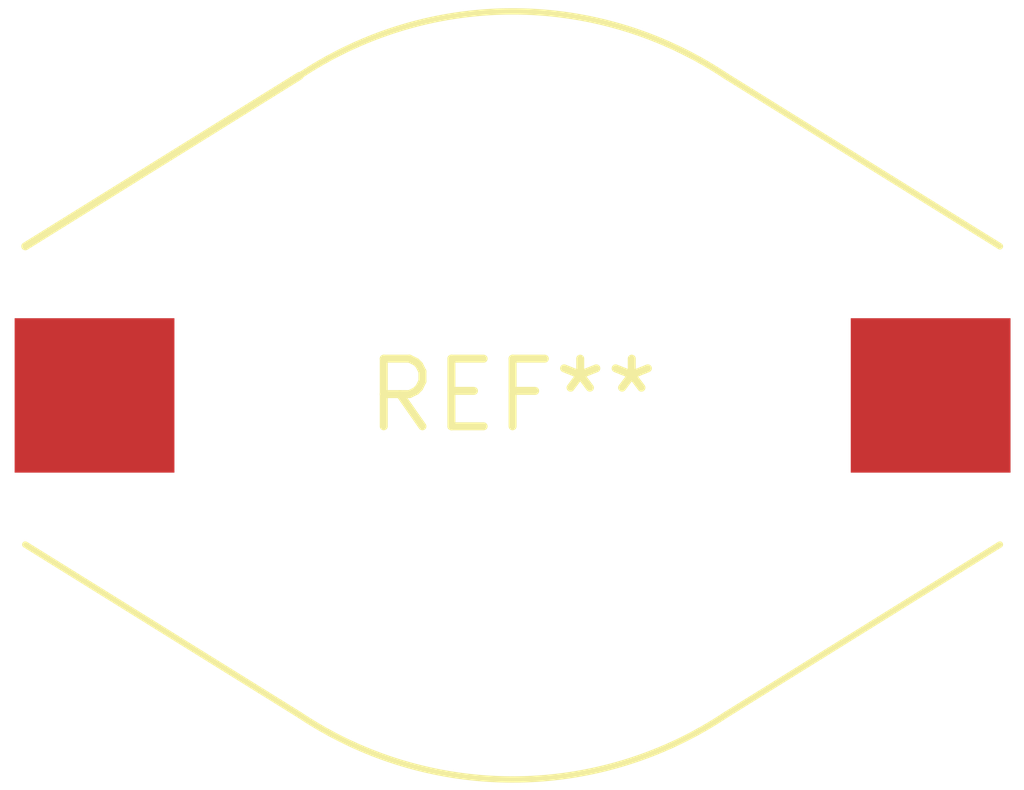
<source format=kicad_pcb>
(kicad_pcb (version 20240108) (generator pcbnew)
  (layers (0 "F.Cu" signal) (31 "B.Cu" signal) (34 "B.Paste" user) (35 "F.Paste" user) (36 "B.SilkS" user "B.Silkscreen") (37 "F.SilkS" user "F.Silkscreen") (38 "B.Mask" user) (39 "F.Mask" user) (44 "Edge.Cuts" user))
  (net 0 "")
  (footprint "L_Bourns_SDR1806" (layer "F.Cu") (at 0 0)
    (property "Reference" "REF**")
    (property "Value" "L_Bourns_SDR1806")
    (fp_line (start -9.15 -2.8) (end -4 -6) (layer "F.SilkS") (stroke (width 0.15)))
    (fp_line (start -4 6) (end -9.15 2.8) (layer "F.SilkS") (stroke (width 0.12)))
    (fp_line (start 4 -6) (end 9.15 -2.8) (layer "F.SilkS") (stroke (width 0.12)))
    (fp_line (start 9.15 2.8) (end 4 6) (layer "F.SilkS") (stroke (width 0.12)))
    (fp_arc (start -3.991604 -6.005589) (mid 0.005043 -7.211101) (end 4 -6) (layer "F.SilkS") (stroke (width 0.12)))
    (fp_arc (start 3.991604 6.005589) (mid -0.005043 7.211101) (end -4 6) (layer "F.SilkS") (stroke (width 0.12)))
    (pad "1" smd rect (at -7.85 0) (size 3 2.9) (layers "F.Cu" "F.Paste" "F.Mask"))
    (pad "2" smd rect (at 7.85 0 180) (size 3 2.9) (layers "F.Cu" "F.Paste" "F.Mask"))
  )
)
</source>
